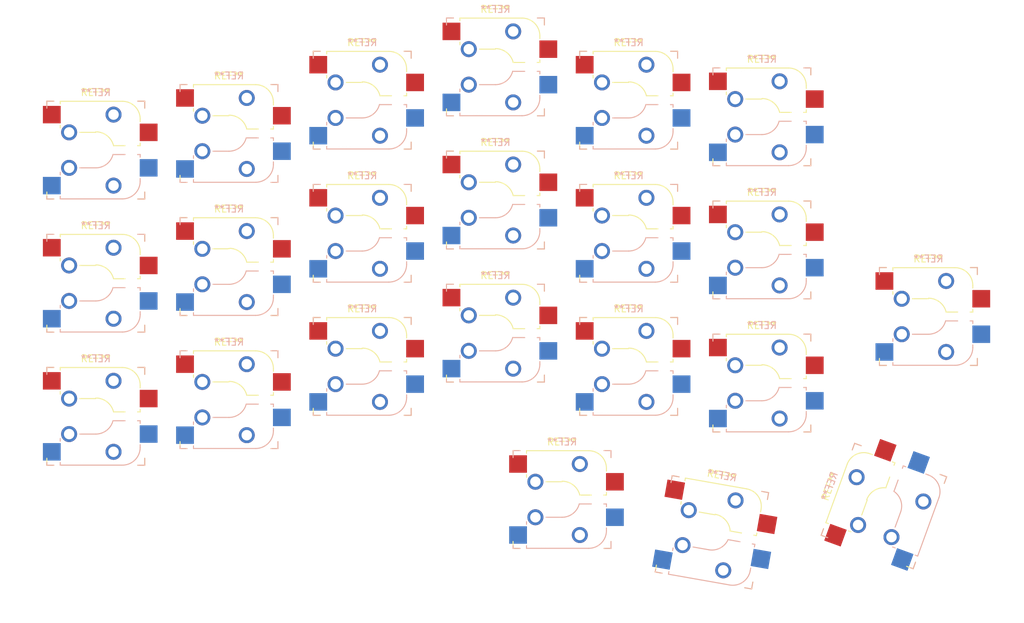
<source format=kicad_pcb>
(kicad_pcb (version 20241229) (generator "pcbnew") (generator_version "9.0")
  (layers (0 "F.Cu" signal) (2 "B.Cu" signal) (13 "F.Paste" user) (15 "B.Paste" user) (5 "F.SilkS" user "F.Silkscreen") (7 "B.SilkS" user "B.Silkscreen") (1 "F.Mask" user) (3 "B.Mask" user) (25 "Edge.Cuts" user))
  (net 0 "")
  (footprint "Keyswitches:Kailh_socket_MX_optional_reversible" (layer "F.Cu") (at 122.615 72.6325)
    (property "Reference" "REF**" (at 0 -8.255 0) (layer "F.SilkS"))
    (property "Value" "Kailh_socket_MX_optional_reversible")
    (fp_text user "${REFERENCE}" (at 0 -8.255 0) (layer "B.SilkS") (effects (justify mirror)))
    (pad "" np_thru_hole circle (at -5.08 0) (size 1.7018 1.7018) (drill 1.7018) (layers "*.Cu" "*.Mask"))
    (pad "" np_thru_hole circle (at -2.54 -5.08) (size 3 3) (drill 3) (layers "*.Cu" "*.Mask"))
    (pad "" np_thru_hole circle (at -2.54 5.08) (size 3 3) (drill 3) (layers "*.Cu" "*.Mask"))
    (pad "" np_thru_hole circle (at 0 0) (size 3.9878 3.9878) (drill 3.9878) (layers "*.Cu" "*.Mask"))
    (pad "" np_thru_hole circle (at 3.81 -2.54) (size 3 3) (drill 3) (layers "*.Cu" "*.Mask"))
    (pad "" np_thru_hole circle (at 3.81 2.54) (size 3 3) (drill 3) (layers "*.Cu" "*.Mask"))
    (pad "" np_thru_hole circle (at 5.08 0) (size 1.7018 1.7018) (drill 1.7018) (layers "*.Cu" "*.Mask"))
    (pad "1" smd rect (at -6.29 -5.08) (size 2.55 2.5) (layers "F.Cu" "F.Mask" "F.Paste"))
    (pad "1" smd rect (at -6.29 5.08) (size 2.55 2.5) (layers "B.Cu" "B.Mask" "B.Paste"))
    (pad "1" thru_hole circle (at -3.81 -2.54) (size 2.286 2.286) (drill 1.4986) (layers "*.Cu" "*.Mask"))
    (pad "1" thru_hole circle (at -3.81 2.54) (size 2.286 2.286) (drill 1.4986) (layers "*.Cu" "*.Mask"))
    (pad "2" thru_hole circle (at 2.54 -5.08) (size 2.286 2.286) (drill 1.4986) (layers "*.Cu" "*.Mask"))
    (pad "2" thru_hole circle (at 2.54 5.08) (size 2.286 2.286) (drill 1.4986) (layers "*.Cu" "*.Mask"))
    (pad "2" smd rect (at 7.56 -2.54) (size 2.55 2.5) (layers "F.Cu" "F.Mask" "F.Paste"))
    (pad "2" smd rect (at 7.56 2.54) (size 2.55 2.5) (layers "B.Cu" "B.Mask" "B.Paste"))
  )
  (footprint "Keyswitches:Kailh_socket_MX_optional_reversible" (layer "F.Cu") (at 103.565 115.495)
    (property "Reference" "REF**" (at 0 -8.255 0) (layer "F.SilkS"))
    (property "Value" "Kailh_socket_MX_optional_reversible")
    (fp_text user "${REFERENCE}" (at 0 -8.255 0) (layer "B.SilkS") (effects (justify mirror)))
    (pad "" np_thru_hole circle (at -5.08 0) (size 1.7018 1.7018) (drill 1.7018) (layers "*.Cu" "*.Mask"))
    (pad "" np_thru_hole circle (at -2.54 -5.08) (size 3 3) (drill 3) (layers "*.Cu" "*.Mask"))
    (pad "" np_thru_hole circle (at -2.54 5.08) (size 3 3) (drill 3) (layers "*.Cu" "*.Mask"))
    (pad "" np_thru_hole circle (at 0 0) (size 3.9878 3.9878) (drill 3.9878) (layers "*.Cu" "*.Mask"))
    (pad "" np_thru_hole circle (at 3.81 -2.54) (size 3 3) (drill 3) (layers "*.Cu" "*.Mask"))
    (pad "" np_thru_hole circle (at 3.81 2.54) (size 3 3) (drill 3) (layers "*.Cu" "*.Mask"))
    (pad "" np_thru_hole circle (at 5.08 0) (size 1.7018 1.7018) (drill 1.7018) (layers "*.Cu" "*.Mask"))
    (pad "1" smd rect (at -6.29 -5.08) (size 2.55 2.5) (layers "F.Cu" "F.Mask" "F.Paste"))
    (pad "1" smd rect (at -6.29 5.08) (size 2.55 2.5) (layers "B.Cu" "B.Mask" "B.Paste"))
    (pad "1" thru_hole circle (at -3.81 -2.54) (size 2.286 2.286) (drill 1.4986) (layers "*.Cu" "*.Mask"))
    (pad "1" thru_hole circle (at -3.81 2.54) (size 2.286 2.286) (drill 1.4986) (layers "*.Cu" "*.Mask"))
    (pad "2" thru_hole circle (at 2.54 -5.08) (size 2.286 2.286) (drill 1.4986) (layers "*.Cu" "*.Mask"))
    (pad "2" thru_hole circle (at 2.54 5.08) (size 2.286 2.286) (drill 1.4986) (layers "*.Cu" "*.Mask"))
    (pad "2" smd rect (at 7.56 -2.54) (size 2.55 2.5) (layers "F.Cu" "F.Mask" "F.Paste"))
    (pad "2" smd rect (at 7.56 2.54) (size 2.55 2.5) (layers "B.Cu" "B.Mask" "B.Paste"))
  )
  (footprint "Keyswitches:Kailh_socket_MX_optional_reversible" (layer "F.Cu") (at 172.62125 134.474296 -10)
    (property "Reference" "REF**" (at 0 -8.255 170) (layer "F.SilkS"))
    (property "Value" "Kailh_socket_MX_optional_reversible")
    (fp_text user "${REFERENCE}" (at 0 -8.255 170) (layer "B.SilkS") (effects (justify mirror)))
    (pad "" np_thru_hole circle (at -5.08 0 350) (size 1.7018 1.7018) (drill 1.7018) (layers "*.Cu" "*.Mask"))
    (pad "" np_thru_hole circle (at -2.54 -5.08 350) (size 3 3) (drill 3) (layers "*.Cu" "*.Mask"))
    (pad "" np_thru_hole circle (at -2.54 5.08 350) (size 3 3) (drill 3) (layers "*.Cu" "*.Mask"))
    (pad "" np_thru_hole circle (at 0 0 350) (size 3.9878 3.9878) (drill 3.9878) (layers "*.Cu" "*.Mask"))
    (pad "" np_thru_hole circle (at 3.81 -2.54 350) (size 3 3) (drill 3) (layers "*.Cu" "*.Mask"))
    (pad "" np_thru_hole circle (at 3.81 2.54 350) (size 3 3) (drill 3) (layers "*.Cu" "*.Mask"))
    (pad "" np_thru_hole circle (at 5.08 0 350) (size 1.7018 1.7018) (drill 1.7018) (layers "*.Cu" "*.Mask"))
    (pad "1" smd rect (at -6.290001 5.08 350) (size 2.55 2.5) (layers "B.Cu" "B.Mask" "B.Paste"))
    (pad "1" smd rect (at -6.29 -5.08 350) (size 2.55 2.5) (layers "F.Cu" "F.Mask" "F.Paste"))
    (pad "1" thru_hole circle (at -3.81 -2.54 350) (size 2.286 2.286) (drill 1.4986) (layers "*.Cu" "*.Mask"))
    (pad "1" thru_hole circle (at -3.81 2.54 350) (size 2.286 2.286) (drill 1.4986) (layers "*.Cu" "*.Mask"))
    (pad "2" thru_hole circle (at 2.54 -5.08 350) (size 2.286 2.286) (drill 1.4986) (layers "*.Cu" "*.Mask"))
    (pad "2" thru_hole circle (at 2.54 5.08 350) (size 2.286 2.286) (drill 1.4986) (layers "*.Cu" "*.Mask"))
    (pad "2" smd rect (at 7.56 -2.54 350) (size 2.55 2.5) (layers "F.Cu" "F.Mask" "F.Paste"))
    (pad "2" smd rect (at 7.56 2.54 350) (size 2.55 2.5) (layers "B.Cu" "B.Mask" "B.Paste"))
  )
  (footprint "Keyswitches:Kailh_socket_MX_optional_reversible" (layer "F.Cu") (at 160.715 110.7325)
    (property "Reference" "REF**" (at 0 -8.255 0) (layer "F.SilkS"))
    (property "Value" "Kailh_socket_MX_optional_reversible")
    (fp_text user "${REFERENCE}" (at 0 -8.255 0) (layer "B.SilkS") (effects (justify mirror)))
    (pad "" np_thru_hole circle (at -5.08 0) (size 1.7018 1.7018) (drill 1.7018) (layers "*.Cu" "*.Mask"))
    (pad "" np_thru_hole circle (at -2.54 -5.08) (size 3 3) (drill 3) (layers "*.Cu" "*.Mask"))
    (pad "" np_thru_hole circle (at -2.54 5.08) (size 3 3) (drill 3) (layers "*.Cu" "*.Mask"))
    (pad "" np_thru_hole circle (at 0 0) (size 3.9878 3.9878) (drill 3.9878) (layers "*.Cu" "*.Mask"))
    (pad "" np_thru_hole circle (at 3.81 -2.54) (size 3 3) (drill 3) (layers "*.Cu" "*.Mask"))
    (pad "" np_thru_hole circle (at 3.81 2.54) (size 3 3) (drill 3) (layers "*.Cu" "*.Mask"))
    (pad "" np_thru_hole circle (at 5.08 0) (size 1.7018 1.7018) (drill 1.7018) (layers "*.Cu" "*.Mask"))
    (pad "1" smd rect (at -6.29 -5.08) (size 2.55 2.5) (layers "F.Cu" "F.Mask" "F.Paste"))
    (pad "1" smd rect (at -6.29 5.08) (size 2.55 2.5) (layers "B.Cu" "B.Mask" "B.Paste"))
    (pad "1" thru_hole circle (at -3.81 -2.54) (size 2.286 2.286) (drill 1.4986) (layers "*.Cu" "*.Mask"))
    (pad "1" thru_hole circle (at -3.81 2.54) (size 2.286 2.286) (drill 1.4986) (layers "*.Cu" "*.Mask"))
    (pad "2" thru_hole circle (at 2.54 -5.08) (size 2.286 2.286) (drill 1.4986) (layers "*.Cu" "*.Mask"))
    (pad "2" thru_hole circle (at 2.54 5.08) (size 2.286 2.286) (drill 1.4986) (layers "*.Cu" "*.Mask"))
    (pad "2" smd rect (at 7.56 -2.54) (size 2.55 2.5) (layers "F.Cu" "F.Mask" "F.Paste"))
    (pad "2" smd rect (at 7.56 2.54) (size 2.55 2.5) (layers "B.Cu" "B.Mask" "B.Paste"))
  )
  (footprint "Keyswitches:Kailh_socket_MX_optional_reversible" (layer "F.Cu") (at 160.715 91.6825)
    (property "Reference" "REF**" (at 0 -8.255 0) (layer "F.SilkS"))
    (property "Value" "Kailh_socket_MX_optional_reversible")
    (fp_text user "${REFERENCE}" (at 0 -8.255 0) (layer "B.SilkS") (effects (justify mirror)))
    (pad "" np_thru_hole circle (at -5.08 0) (size 1.7018 1.7018) (drill 1.7018) (layers "*.Cu" "*.Mask"))
    (pad "" np_thru_hole circle (at -2.54 -5.08) (size 3 3) (drill 3) (layers "*.Cu" "*.Mask"))
    (pad "" np_thru_hole circle (at -2.54 5.08) (size 3 3) (drill 3) (layers "*.Cu" "*.Mask"))
    (pad "" np_thru_hole circle (at 0 0) (size 3.9878 3.9878) (drill 3.9878) (layers "*.Cu" "*.Mask"))
    (pad "" np_thru_hole circle (at 3.81 -2.54) (size 3 3) (drill 3) (layers "*.Cu" "*.Mask"))
    (pad "" np_thru_hole circle (at 3.81 2.54) (size 3 3) (drill 3) (layers "*.Cu" "*.Mask"))
    (pad "" np_thru_hole circle (at 5.08 0) (size 1.7018 1.7018) (drill 1.7018) (layers "*.Cu" "*.Mask"))
    (pad "1" smd rect (at -6.29 -5.08) (size 2.55 2.5) (layers "F.Cu" "F.Mask" "F.Paste"))
    (pad "1" smd rect (at -6.29 5.08) (size 2.55 2.5) (layers "B.Cu" "B.Mask" "B.Paste"))
    (pad "1" thru_hole circle (at -3.81 -2.54) (size 2.286 2.286) (drill 1.4986) (layers "*.Cu" "*.Mask"))
    (pad "1" thru_hole circle (at -3.81 2.54) (size 2.286 2.286) (drill 1.4986) (layers "*.Cu" "*.Mask"))
    (pad "2" thru_hole circle (at 2.54 -5.08) (size 2.286 2.286) (drill 1.4986) (layers "*.Cu" "*.Mask"))
    (pad "2" thru_hole circle (at 2.54 5.08) (size 2.286 2.286) (drill 1.4986) (layers "*.Cu" "*.Mask"))
    (pad "2" smd rect (at 7.56 -2.54) (size 2.55 2.5) (layers "F.Cu" "F.Mask" "F.Paste"))
    (pad "2" smd rect (at 7.56 2.54) (size 2.55 2.5) (layers "B.Cu" "B.Mask" "B.Paste"))
  )
  (footprint "Keyswitches:Kailh_socket_MX_optional_reversible" (layer "F.Cu") (at 122.615 110.7325)
    (property "Reference" "REF**" (at 0 -8.255 0) (layer "F.SilkS"))
    (property "Value" "Kailh_socket_MX_optional_reversible")
    (fp_text user "${REFERENCE}" (at 0 -8.255 0) (layer "B.SilkS") (effects (justify mirror)))
    (pad "" np_thru_hole circle (at -5.08 0) (size 1.7018 1.7018) (drill 1.7018) (layers "*.Cu" "*.Mask"))
    (pad "" np_thru_hole circle (at -2.54 -5.08) (size 3 3) (drill 3) (layers "*.Cu" "*.Mask"))
    (pad "" np_thru_hole circle (at -2.54 5.08) (size 3 3) (drill 3) (layers "*.Cu" "*.Mask"))
    (pad "" np_thru_hole circle (at 0 0) (size 3.9878 3.9878) (drill 3.9878) (layers "*.Cu" "*.Mask"))
    (pad "" np_thru_hole circle (at 3.81 -2.54) (size 3 3) (drill 3) (layers "*.Cu" "*.Mask"))
    (pad "" np_thru_hole circle (at 3.81 2.54) (size 3 3) (drill 3) (layers "*.Cu" "*.Mask"))
    (pad "" np_thru_hole circle (at 5.08 0) (size 1.7018 1.7018) (drill 1.7018) (layers "*.Cu" "*.Mask"))
    (pad "1" smd rect (at -6.29 -5.08) (size 2.55 2.5) (layers "F.Cu" "F.Mask" "F.Paste"))
    (pad "1" smd rect (at -6.29 5.08) (size 2.55 2.5) (layers "B.Cu" "B.Mask" "B.Paste"))
    (pad "1" thru_hole circle (at -3.81 -2.54) (size 2.286 2.286) (drill 1.4986) (layers "*.Cu" "*.Mask"))
    (pad "1" thru_hole circle (at -3.81 2.54) (size 2.286 2.286) (drill 1.4986) (layers "*.Cu" "*.Mask"))
    (pad "2" thru_hole circle (at 2.54 -5.08) (size 2.286 2.286) (drill 1.4986) (layers "*.Cu" "*.Mask"))
    (pad "2" thru_hole circle (at 2.54 5.08) (size 2.286 2.286) (drill 1.4986) (layers "*.Cu" "*.Mask"))
    (pad "2" smd rect (at 7.56 -2.54) (size 2.55 2.5) (layers "F.Cu" "F.Mask" "F.Paste"))
    (pad "2" smd rect (at 7.56 2.54) (size 2.55 2.5) (layers "B.Cu" "B.Mask" "B.Paste"))
  )
  (footprint "Keyswitches:Kailh_socket_MX_optional_reversible" (layer "F.Cu") (at 141.665 67.87)
    (property "Reference" "REF**" (at 0 -8.255 0) (layer "F.SilkS"))
    (property "Value" "Kailh_socket_MX_optional_reversible")
    (fp_text user "${REFERENCE}" (at 0 -8.255 0) (layer "B.SilkS") (effects (justify mirror)))
    (pad "" np_thru_hole circle (at -5.08 0) (size 1.7018 1.7018) (drill 1.7018) (layers "*.Cu" "*.Mask"))
    (pad "" np_thru_hole circle (at -2.54 -5.08) (size 3 3) (drill 3) (layers "*.Cu" "*.Mask"))
    (pad "" np_thru_hole circle (at -2.54 5.08) (size 3 3) (drill 3) (layers "*.Cu" "*.Mask"))
    (pad "" np_thru_hole circle (at 0 0) (size 3.9878 3.9878) (drill 3.9878) (layers "*.Cu" "*.Mask"))
    (pad "" np_thru_hole circle (at 3.81 -2.54) (size 3 3) (drill 3) (layers "*.Cu" "*.Mask"))
    (pad "" np_thru_hole circle (at 3.81 2.54) (size 3 3) (drill 3) (layers "*.Cu" "*.Mask"))
    (pad "" np_thru_hole circle (at 5.08 0) (size 1.7018 1.7018) (drill 1.7018) (layers "*.Cu" "*.Mask"))
    (pad "1" smd rect (at -6.29 -5.08) (size 2.55 2.5) (layers "F.Cu" "F.Mask" "F.Paste"))
    (pad "1" smd rect (at -6.29 5.08) (size 2.55 2.5) (layers "B.Cu" "B.Mask" "B.Paste"))
    (pad "1" thru_hole circle (at -3.81 -2.54) (size 2.286 2.286) (drill 1.4986) (layers "*.Cu" "*.Mask"))
    (pad "1" thru_hole circle (at -3.81 2.54) (size 2.286 2.286) (drill 1.4986) (layers "*.Cu" "*.Mask"))
    (pad "2" thru_hole circle (at 2.54 -5.08) (size 2.286 2.286) (drill 1.4986) (layers "*.Cu" "*.Mask"))
    (pad "2" thru_hole circle (at 2.54 5.08) (size 2.286 2.286) (drill 1.4986) (layers "*.Cu" "*.Mask"))
    (pad "2" smd rect (at 7.56 -2.54) (size 2.55 2.5) (layers "F.Cu" "F.Mask" "F.Paste"))
    (pad "2" smd rect (at 7.56 2.54) (size 2.55 2.5) (layers "B.Cu" "B.Mask" "B.Paste"))
  )
  (footprint "Keyswitches:Kailh_socket_MX_optional_reversible" (layer "F.Cu") (at 197.21639 130.715199 70)
    (property "Reference" "REF**" (at 0 -8.255 70) (layer "F.SilkS"))
    (property "Value" "Kailh_socket_MX_optional_reversible")
    (fp_text user "${REFERENCE}" (at 0 -8.255 70) (layer "B.SilkS") (effects (justify mirror)))
    (pad "" np_thru_hole circle (at -5.08 0 70) (size 1.7018 1.7018) (drill 1.7018) (layers "*.Cu" "*.Mask"))
    (pad "" np_thru_hole circle (at -2.540001 5.08 70) (size 3 3) (drill 3) (layers "*.Cu" "*.Mask"))
    (pad "" np_thru_hole circle (at -2.54 -5.08 70) (size 3 3) (drill 3) (layers "*.Cu" "*.Mask"))
    (pad "" np_thru_hole circle (at 0 0 70) (size 3.9878 3.9878) (drill 3.9878) (layers "*.Cu" "*.Mask"))
    (pad "" np_thru_hole circle (at 3.81 -2.54 70) (size 3 3) (drill 3) (layers "*.Cu" "*.Mask"))
    (pad "" np_thru_hole circle (at 3.81 2.54 70) (size 3 3) (drill 3) (layers "*.Cu" "*.Mask"))
    (pad "" np_thru_hole circle (at 5.08 0 70) (size 1.7018 1.7018) (drill 1.7018) (layers "*.Cu" "*.Mask"))
    (pad "1" smd rect (at -6.29 -5.08 70) (size 2.55 2.5) (layers "F.Cu" "F.Mask" "F.Paste"))
    (pad "1" smd rect (at -6.29 5.08 70) (size 2.55 2.5) (layers "B.Cu" "B.Mask" "B.Paste"))
    (pad "1" thru_hole circle (at -3.81 -2.54 70) (size 2.286 2.286) (drill 1.4986) (layers "*.Cu" "*.Mask"))
    (pad "1" thru_hole circle (at -3.81 2.54 70) (size 2.286 2.286) (drill 1.4986) (layers "*.Cu" "*.Mask"))
    (pad "2" thru_hole circle (at 2.54 5.08 70) (size 2.286 2.286) (drill 1.4986) (layers "*.Cu" "*.Mask"))
    (pad "2" thru_hole circle (at 2.540001 -5.08 70) (size 2.286 2.286) (drill 1.4986) (layers "*.Cu" "*.Mask"))
    (pad "2" smd rect (at 7.56 -2.54 70) (size 2.55 2.5) (layers "F.Cu" "F.Mask" "F.Paste"))
    (pad "2" smd rect (at 7.56 2.54 70) (size 2.55 2.5) (layers "B.Cu" "B.Mask" "B.Paste"))
  )
  (footprint "Keyswitches:Kailh_socket_MX_optional_reversible" (layer "F.Cu") (at 103.565 96.445)
    (property "Reference" "REF**" (at 0 -8.255 0) (layer "F.SilkS"))
    (property "Value" "Kailh_socket_MX_optional_reversible")
    (fp_text user "${REFERENCE}" (at 0 -8.255 0) (layer "B.SilkS") (effects (justify mirror)))
    (pad "" np_thru_hole circle (at -5.08 0) (size 1.7018 1.7018) (drill 1.7018) (layers "*.Cu" "*.Mask"))
    (pad "" np_thru_hole circle (at -2.54 -5.08) (size 3 3) (drill 3) (layers "*.Cu" "*.Mask"))
    (pad "" np_thru_hole circle (at -2.54 5.08) (size 3 3) (drill 3) (layers "*.Cu" "*.Mask"))
    (pad "" np_thru_hole circle (at 0 0) (size 3.9878 3.9878) (drill 3.9878) (layers "*.Cu" "*.Mask"))
    (pad "" np_thru_hole circle (at 3.81 -2.54) (size 3 3) (drill 3) (layers "*.Cu" "*.Mask"))
    (pad "" np_thru_hole circle (at 3.81 2.54) (size 3 3) (drill 3) (layers "*.Cu" "*.Mask"))
    (pad "" np_thru_hole circle (at 5.08 0) (size 1.7018 1.7018) (drill 1.7018) (layers "*.Cu" "*.Mask"))
    (pad "1" smd rect (at -6.29 -5.08) (size 2.55 2.5) (layers "F.Cu" "F.Mask" "F.Paste"))
    (pad "1" smd rect (at -6.29 5.08) (size 2.55 2.5) (layers "B.Cu" "B.Mask" "B.Paste"))
    (pad "1" thru_hole circle (at -3.81 -2.54) (size 2.286 2.286) (drill 1.4986) (layers "*.Cu" "*.Mask"))
    (pad "1" thru_hole circle (at -3.81 2.54) (size 2.286 2.286) (drill 1.4986) (layers "*.Cu" "*.Mask"))
    (pad "2" thru_hole circle (at 2.54 -5.08) (size 2.286 2.286) (drill 1.4986) (layers "*.Cu" "*.Mask"))
    (pad "2" thru_hole circle (at 2.54 5.08) (size 2.286 2.286) (drill 1.4986) (layers "*.Cu" "*.Mask"))
    (pad "2" smd rect (at 7.56 -2.54) (size 2.55 2.5) (layers "F.Cu" "F.Mask" "F.Paste"))
    (pad "2" smd rect (at 7.56 2.54) (size 2.55 2.5) (layers "B.Cu" "B.Mask" "B.Paste"))
  )
  (footprint "Keyswitches:Kailh_socket_MX_optional_reversible" (layer "F.Cu") (at 84.515 98.82625)
    (property "Reference" "REF**" (at 0 -8.255 0) (layer "F.SilkS"))
    (property "Value" "Kailh_socket_MX_optional_reversible")
    (fp_text user "${REFERENCE}" (at 0 -8.255 0) (layer "B.SilkS") (effects (justify mirror)))
    (pad "" np_thru_hole circle (at -5.08 0) (size 1.7018 1.7018) (drill 1.7018) (layers "*.Cu" "*.Mask"))
    (pad "" np_thru_hole circle (at -2.54 -5.08) (size 3 3) (drill 3) (layers "*.Cu" "*.Mask"))
    (pad "" np_thru_hole circle (at -2.54 5.08) (size 3 3) (drill 3) (layers "*.Cu" "*.Mask"))
    (pad "" np_thru_hole circle (at 0 0) (size 3.9878 3.9878) (drill 3.9878) (layers "*.Cu" "*.Mask"))
    (pad "" np_thru_hole circle (at 3.81 -2.54) (size 3 3) (drill 3) (layers "*.Cu" "*.Mask"))
    (pad "" np_thru_hole circle (at 3.81 2.54) (size 3 3) (drill 3) (layers "*.Cu" "*.Mask"))
    (pad "" np_thru_hole circle (at 5.08 0) (size 1.7018 1.7018) (drill 1.7018) (layers "*.Cu" "*.Mask"))
    (pad "1" smd rect (at -6.29 -5.08) (size 2.55 2.5) (layers "F.Cu" "F.Mask" "F.Paste"))
    (pad "1" smd rect (at -6.29 5.08) (size 2.55 2.5) (layers "B.Cu" "B.Mask" "B.Paste"))
    (pad "1" thru_hole circle (at -3.81 -2.54) (size 2.286 2.286) (drill 1.4986) (layers "*.Cu" "*.Mask"))
    (pad "1" thru_hole circle (at -3.81 2.54) (size 2.286 2.286) (drill 1.4986) (layers "*.Cu" "*.Mask"))
    (pad "2" thru_hole circle (at 2.54 -5.08) (size 2.286 2.286) (drill 1.4986) (layers "*.Cu" "*.Mask"))
    (pad "2" thru_hole circle (at 2.54 5.08) (size 2.286 2.286) (drill 1.4986) (layers "*.Cu" "*.Mask"))
    (pad "2" smd rect (at 7.56 -2.54) (size 2.55 2.5) (layers "F.Cu" "F.Mask" "F.Paste"))
    (pad "2" smd rect (at 7.56 2.54) (size 2.55 2.5) (layers "B.Cu" "B.Mask" "B.Paste"))
  )
  (footprint "Keyswitches:Kailh_socket_MX_optional_reversible" (layer "F.Cu") (at 160.715 72.6325)
    (property "Reference" "REF**" (at 0 -8.255 0) (layer "F.SilkS"))
    (property "Value" "Kailh_socket_MX_optional_reversible")
    (fp_text user "${REFERENCE}" (at 0 -8.255 0) (layer "B.SilkS") (effects (justify mirror)))
    (pad "" np_thru_hole circle (at -5.08 0) (size 1.7018 1.7018) (drill 1.7018) (layers "*.Cu" "*.Mask"))
    (pad "" np_thru_hole circle (at -2.54 -5.08) (size 3 3) (drill 3) (layers "*.Cu" "*.Mask"))
    (pad "" np_thru_hole circle (at -2.54 5.08) (size 3 3) (drill 3) (layers "*.Cu" "*.Mask"))
    (pad "" np_thru_hole circle (at 0 0) (size 3.9878 3.9878) (drill 3.9878) (layers "*.Cu" "*.Mask"))
    (pad "" np_thru_hole circle (at 3.81 -2.54) (size 3 3) (drill 3) (layers "*.Cu" "*.Mask"))
    (pad "" np_thru_hole circle (at 3.81 2.54) (size 3 3) (drill 3) (layers "*.Cu" "*.Mask"))
    (pad "" np_thru_hole circle (at 5.08 0) (size 1.7018 1.7018) (drill 1.7018) (layers "*.Cu" "*.Mask"))
    (pad "1" smd rect (at -6.29 -5.08) (size 2.55 2.5) (layers "F.Cu" "F.Mask" "F.Paste"))
    (pad "1" smd rect (at -6.29 5.08) (size 2.55 2.5) (layers "B.Cu" "B.Mask" "B.Paste"))
    (pad "1" thru_hole circle (at -3.81 -2.54) (size 2.286 2.286) (drill 1.4986) (layers "*.Cu" "*.Mask"))
    (pad "1" thru_hole circle (at -3.81 2.54) (size 2.286 2.286) (drill 1.4986) (layers "*.Cu" "*.Mask"))
    (pad "2" thru_hole circle (at 2.54 -5.08) (size 2.286 2.286) (drill 1.4986) (layers "*.Cu" "*.Mask"))
    (pad "2" thru_hole circle (at 2.54 5.08) (size 2.286 2.286) (drill 1.4986) (layers "*.Cu" "*.Mask"))
    (pad "2" smd rect (at 7.56 -2.54) (size 2.55 2.5) (layers "F.Cu" "F.Mask" "F.Paste"))
    (pad "2" smd rect (at 7.56 2.54) (size 2.55 2.5) (layers "B.Cu" "B.Mask" "B.Paste"))
  )
  (footprint "Keyswitches:Kailh_socket_MX_optional_reversible" (layer "F.Cu") (at 84.515 117.87625)
    (property "Reference" "REF**" (at 0 -8.255 0) (layer "F.SilkS"))
    (property "Value" "Kailh_socket_MX_optional_reversible")
    (fp_text user "${REFERENCE}" (at 0 -8.255 0) (layer "B.SilkS") (effects (justify mirror)))
    (pad "" np_thru_hole circle (at -5.08 0) (size 1.7018 1.7018) (drill 1.7018) (layers "*.Cu" "*.Mask"))
    (pad "" np_thru_hole circle (at -2.54 -5.08) (size 3 3) (drill 3) (layers "*.Cu" "*.Mask"))
    (pad "" np_thru_hole circle (at -2.54 5.08) (size 3 3) (drill 3) (layers "*.Cu" "*.Mask"))
    (pad "" np_thru_hole circle (at 0 0) (size 3.9878 3.9878) (drill 3.9878) (layers "*.Cu" "*.Mask"))
    (pad "" np_thru_hole circle (at 3.81 -2.54) (size 3 3) (drill 3) (layers "*.Cu" "*.Mask"))
    (pad "" np_thru_hole circle (at 3.81 2.54) (size 3 3) (drill 3) (layers "*.Cu" "*.Mask"))
    (pad "" np_thru_hole circle (at 5.08 0) (size 1.7018 1.7018) (drill 1.7018) (layers "*.Cu" "*.Mask"))
    (pad "1" smd rect (at -6.29 -5.08) (size 2.55 2.5) (layers "F.Cu" "F.Mask" "F.Paste"))
    (pad "1" smd rect (at -6.29 5.08) (size 2.55 2.5) (layers "B.Cu" "B.Mask" "B.Paste"))
    (pad "1" thru_hole circle (at -3.81 -2.54) (size 2.286 2.286) (drill 1.4986) (layers "*.Cu" "*.Mask"))
    (pad "1" thru_hole circle (at -3.81 2.54) (size 2.286 2.286) (drill 1.4986) (layers "*.Cu" "*.Mask"))
    (pad "2" thru_hole circle (at 2.54 -5.08) (size 2.286 2.286) (drill 1.4986) (layers "*.Cu" "*.Mask"))
    (pad "2" thru_hole circle (at 2.54 5.08) (size 2.286 2.286) (drill 1.4986) (layers "*.Cu" "*.Mask"))
    (pad "2" smd rect (at 7.56 -2.54) (size 2.55 2.5) (layers "F.Cu" "F.Mask" "F.Paste"))
    (pad "2" smd rect (at 7.56 2.54) (size 2.55 2.5) (layers "B.Cu" "B.Mask" "B.Paste"))
  )
  (footprint "Keyswitches:Kailh_socket_MX_optional_reversible" (layer "F.Cu") (at 179.765 75.01375)
    (property "Reference" "REF**" (at 0 -8.255 0) (layer "F.SilkS"))
    (property "Value" "Kailh_socket_MX_optional_reversible")
    (fp_text user "${REFERENCE}" (at 0 -8.255 0) (layer "B.SilkS") (effects (justify mirror)))
    (pad "" np_thru_hole circle (at -5.08 0) (size 1.7018 1.7018) (drill 1.7018) (layers "*.Cu" "*.Mask"))
    (pad "" np_thru_hole circle (at -2.54 -5.08) (size 3 3) (drill 3) (layers "*.Cu" "*.Mask"))
    (pad "" np_thru_hole circle (at -2.54 5.08) (size 3 3) (drill 3) (layers "*.Cu" "*.Mask"))
    (pad "" np_thru_hole circle (at 0 0) (size 3.9878 3.9878) (drill 3.9878) (layers "*.Cu" "*.Mask"))
    (pad "" np_thru_hole circle (at 3.81 -2.54) (size 3 3) (drill 3) (layers "*.Cu" "*.Mask"))
    (pad "" np_thru_hole circle (at 3.81 2.54) (size 3 3) (drill 3) (layers "*.Cu" "*.Mask"))
    (pad "" np_thru_hole circle (at 5.08 0) (size 1.7018 1.7018) (drill 1.7018) (layers "*.Cu" "*.Mask"))
    (pad "1" smd rect (at -6.29 -5.08) (size 2.55 2.5) (layers "F.Cu" "F.Mask" "F.Paste"))
    (pad "1" smd rect (at -6.29 5.08) (size 2.55 2.5) (layers "B.Cu" "B.Mask" "B.Paste"))
    (pad "1" thru_hole circle (at -3.81 -2.54) (size 2.286 2.286) (drill 1.4986) (layers "*.Cu" "*.Mask"))
    (pad "1" thru_hole circle (at -3.81 2.54) (size 2.286 2.286) (drill 1.4986) (layers "*.Cu" "*.Mask"))
    (pad "2" thru_hole circle (at 2.54 -5.08) (size 2.286 2.286) (drill 1.4986) (layers "*.Cu" "*.Mask"))
    (pad "2" thru_hole circle (at 2.54 5.08) (size 2.286 2.286) (drill 1.4986) (layers "*.Cu" "*.Mask"))
    (pad "2" smd rect (at 7.56 -2.54) (size 2.55 2.5) (layers "F.Cu" "F.Mask" "F.Paste"))
    (pad "2" smd rect (at 7.56 2.54) (size 2.55 2.5) (layers "B.Cu" "B.Mask" "B.Paste"))
  )
  (footprint "Keyswitches:Kailh_socket_MX_optional_reversible" (layer "F.Cu") (at 179.765 113.11375)
    (property "Reference" "REF**" (at 0 -8.255 0) (layer "F.SilkS"))
    (property "Value" "Kailh_socket_MX_optional_reversible")
    (fp_text user "${REFERENCE}" (at 0 -8.255 0) (layer "B.SilkS") (effects (justify mirror)))
    (pad "" np_thru_hole circle (at -5.08 0) (size 1.7018 1.7018) (drill 1.7018) (layers "*.Cu" "*.Mask"))
    (pad "" np_thru_hole circle (at -2.54 -5.08) (size 3 3) (drill 3) (layers "*.Cu" "*.Mask"))
    (pad "" np_thru_hole circle (at -2.54 5.08) (size 3 3) (drill 3) (layers "*.Cu" "*.Mask"))
    (pad "" np_thru_hole circle (at 0 0) (size 3.9878 3.9878) (drill 3.9878) (layers "*.Cu" "*.Mask"))
    (pad "" np_thru_hole circle (at 3.81 -2.54) (size 3 3) (drill 3) (layers "*.Cu" "*.Mask"))
    (pad "" np_thru_hole circle (at 3.81 2.54) (size 3 3) (drill 3) (layers "*.Cu" "*.Mask"))
    (pad "" np_thru_hole circle (at 5.08 0) (size 1.7018 1.7018) (drill 1.7018) (layers "*.Cu" "*.Mask"))
    (pad "1" smd rect (at -6.29 -5.08) (size 2.55 2.5) (layers "F.Cu" "F.Mask" "F.Paste"))
    (pad "1" smd rect (at -6.29 5.08) (size 2.55 2.5) (layers "B.Cu" "B.Mask" "B.Paste"))
    (pad "1" thru_hole circle (at -3.81 -2.54) (size 2.286 2.286) (drill 1.4986) (layers "*.Cu" "*.Mask"))
    (pad "1" thru_hole circle (at -3.81 2.54) (size 2.286 2.286) (drill 1.4986) (layers "*.Cu" "*.Mask"))
    (pad "2" thru_hole circle (at 2.54 -5.08) (size 2.286 2.286) (drill 1.4986) (layers "*.Cu" "*.Mask"))
    (pad "2" thru_hole circle (at 2.54 5.08) (size 2.286 2.286) (drill 1.4986) (layers "*.Cu" "*.Mask"))
    (pad "2" smd rect (at 7.56 -2.54) (size 2.55 2.5) (layers "F.Cu" "F.Mask" "F.Paste"))
    (pad "2" smd rect (at 7.56 2.54) (size 2.55 2.5) (layers "B.Cu" "B.Mask" "B.Paste"))
  )
  (footprint "Keyswitches:Kailh_socket_MX_optional_reversible" (layer "F.Cu") (at 141.665 105.97)
    (property "Reference" "REF**" (at 0 -8.255 0) (layer "F.SilkS"))
    (property "Value" "Kailh_socket_MX_optional_reversible")
    (fp_text user "${REFERENCE}" (at 0 -8.255 0) (layer "B.SilkS") (effects (justify mirror)))
    (pad "" np_thru_hole circle (at -5.08 0) (size 1.7018 1.7018) (drill 1.7018) (layers "*.Cu" "*.Mask"))
    (pad "" np_thru_hole circle (at -2.54 -5.08) (size 3 3) (drill 3) (layers "*.Cu" "*.Mask"))
    (pad "" np_thru_hole circle (at -2.54 5.08) (size 3 3) (drill 3) (layers "*.Cu" "*.Mask"))
    (pad "" np_thru_hole circle (at 0 0) (size 3.9878 3.9878) (drill 3.9878) (layers "*.Cu" "*.Mask"))
    (pad "" np_thru_hole circle (at 3.81 -2.54) (size 3 3) (drill 3) (layers "*.Cu" "*.Mask"))
    (pad "" np_thru_hole circle (at 3.81 2.54) (size 3 3) (drill 3) (layers "*.Cu" "*.Mask"))
    (pad "" np_thru_hole circle (at 5.08 0) (size 1.7018 1.7018) (drill 1.7018) (layers "*.Cu" "*.Mask"))
    (pad "1" smd rect (at -6.29 -5.08) (size 2.55 2.5) (layers "F.Cu" "F.Mask" "F.Paste"))
    (pad "1" smd rect (at -6.29 5.08) (size 2.55 2.5) (layers "B.Cu" "B.Mask" "B.Paste"))
    (pad "1" thru_hole circle (at -3.81 -2.54) (size 2.286 2.286) (drill 1.4986) (layers "*.Cu" "*.Mask"))
    (pad "1" thru_hole circle (at -3.81 2.54) (size 2.286 2.286) (drill 1.4986) (layers "*.Cu" "*.Mask"))
    (pad "2" thru_hole circle (at 2.54 -5.08) (size 2.286 2.286) (drill 1.4986) (layers "*.Cu" "*.Mask"))
    (pad "2" thru_hole circle (at 2.54 5.08) (size 2.286 2.286) (drill 1.4986) (layers "*.Cu" "*.Mask"))
    (pad "2" smd rect (at 7.56 -2.54) (size 2.55 2.5) (layers "F.Cu" "F.Mask" "F.Paste"))
    (pad "2" smd rect (at 7.56 2.54) (size 2.55 2.5) (layers "B.Cu" "B.Mask" "B.Paste"))
  )
  (footprint "Keyswitches:Kailh_socket_MX_optional_reversible" (layer "F.Cu") (at 141.665 86.92)
    (property "Reference" "REF**" (at 0 -8.255 0) (layer "F.SilkS"))
    (property "Value" "Kailh_socket_MX_optional_reversible")
    (fp_text user "${REFERENCE}" (at 0 -8.255 0) (layer "B.SilkS") (effects (justify mirror)))
    (pad "" np_thru_hole circle (at -5.08 0) (size 1.7018 1.7018) (drill 1.7018) (layers "*.Cu" "*.Mask"))
    (pad "" np_thru_hole circle (at -2.54 -5.08) (size 3 3) (drill 3) (layers "*.Cu" "*.Mask"))
    (pad "" np_thru_hole circle (at -2.54 5.08) (size 3 3) (drill 3) (layers "*.Cu" "*.Mask"))
    (pad "" np_thru_hole circle (at 0 0) (size 3.9878 3.9878) (drill 3.9878) (layers "*.Cu" "*.Mask"))
    (pad "" np_thru_hole circle (at 3.81 -2.54) (size 3 3) (drill 3) (layers "*.Cu" "*.Mask"))
    (pad "" np_thru_hole circle (at 3.81 2.54) (size 3 3) (drill 3) (layers "*.Cu" "*.Mask"))
    (pad "" np_thru_hole circle (at 5.08 0) (size 1.7018 1.7018) (drill 1.7018) (layers "*.Cu" "*.Mask"))
    (pad "1" smd rect (at -6.29 -5.08) (size 2.55 2.5) (layers "F.Cu" "F.Mask" "F.Paste"))
    (pad "1" smd rect (at -6.29 5.08) (size 2.55 2.5) (layers "B.Cu" "B.Mask" "B.Paste"))
    (pad "1" thru_hole circle (at -3.81 -2.54) (size 2.286 2.286) (drill 1.4986) (layers "*.Cu" "*.Mask"))
    (pad "1" thru_hole circle (at -3.81 2.54) (size 2.286 2.286) (drill 1.4986) (layers "*.Cu" "*.Mask"))
    (pad "2" thru_hole circle (at 2.54 -5.08) (size 2.286 2.286) (drill 1.4986) (layers "*.Cu" "*.Mask"))
    (pad "2" thru_hole circle (at 2.54 5.08) (size 2.286 2.286) (drill 1.4986) (layers "*.Cu" "*.Mask"))
    (pad "2" smd rect (at 7.56 -2.54) (size 2.55 2.5) (layers "F.Cu" "F.Mask" "F.Paste"))
    (pad "2" smd rect (at 7.56 2.54) (size 2.55 2.5) (layers "B.Cu" "B.Mask" "B.Paste"))
  )
  (footprint "Keyswitches:Kailh_socket_MX_optional_reversible" (layer "F.Cu") (at 203.5775 103.58875)
    (property "Reference" "REF**" (at 0 -8.255 0) (layer "F.SilkS"))
    (property "Value" "Kailh_socket_MX_optional_reversible")
    (fp_text user "${REFERENCE}" (at 0 -8.255 0) (layer "B.SilkS") (effects (justify mirror)))
    (pad "" np_thru_hole circle (at -5.08 0) (size 1.7018 1.7018) (drill 1.7018) (layers "*.Cu" "*.Mask"))
    (pad "" np_thru_hole circle (at -2.54 -5.08) (size 3 3) (drill 3) (layers "*.Cu" "*.Mask"))
    (pad "" np_thru_hole circle (at -2.54 5.08) (size 3 3) (drill 3) (layers "*.Cu" "*.Mask"))
    (pad "" np_thru_hole circle (at 0 0) (size 3.9878 3.9878) (drill 3.9878) (layers "*.Cu" "*.Mask"))
    (pad "" np_thru_hole circle (at 3.81 -2.54) (size 3 3) (drill 3) (layers "*.Cu" "*.Mask"))
    (pad "" np_thru_hole circle (at 3.81 2.54) (size 3 3) (drill 3) (layers "*.Cu" "*.Mask"))
    (pad "" np_thru_hole circle (at 5.08 0) (size 1.7018 1.7018) (drill 1.7018) (layers "*.Cu" "*.Mask"))
    (pad "1" smd rect (at -6.29 -5.08) (size 2.55 2.5) (layers "F.Cu" "F.Mask" "F.Paste"))
    (pad "1" smd rect (at -6.29 5.08) (size 2.55 2.5) (layers "B.Cu" "B.Mask" "B.Paste"))
    (pad "1" thru_hole circle (at -3.81 -2.54) (size 2.286 2.286) (drill 1.4986) (layers "*.Cu" "*.Mask"))
    (pad "1" thru_hole circle (at -3.81 2.54) (size 2.286 2.286) (drill 1.4986) (layers "*.Cu" "*.Mask"))
    (pad "2" thru_hole circle (at 2.54 -5.08) (size 2.286 2.286) (drill 1.4986) (layers "*.Cu" "*.Mask"))
    (pad "2" thru_hole circle (at 2.54 5.08) (size 2.286 2.286) (drill 1.4986) (layers "*.Cu" "*.Mask"))
    (pad "2" smd rect (at 7.56 -2.54) (size 2.55 2.5) (layers "F.Cu" "F.Mask" "F.Paste"))
    (pad "2" smd rect (at 7.56 2.54) (size 2.55 2.5) (layers "B.Cu" "B.Mask" "B.Paste"))
  )
  (footprint "Keyswitches:Kailh_socket_MX_optional_reversible" (layer "F.Cu") (at 151.19 129.7825)
    (property "Reference" "REF**" (at 0 -8.255 0) (layer "F.SilkS"))
    (property "Value" "Kailh_socket_MX_optional_reversible")
    (fp_text user "${REFERENCE}" (at 0 -8.255 0) (layer "B.SilkS") (effects (justify mirror)))
    (pad "" np_thru_hole circle (at -5.08 0) (size 1.7018 1.7018) (drill 1.7018) (layers "*.Cu" "*.Mask"))
    (pad "" np_thru_hole circle (at -2.54 -5.08) (size 3 3) (drill 3) (layers "*.Cu" "*.Mask"))
    (pad "" np_thru_hole circle (at -2.54 5.08) (size 3 3) (drill 3) (layers "*.Cu" "*.Mask"))
    (pad "" np_thru_hole circle (at 0 0) (size 3.9878 3.9878) (drill 3.9878) (layers "*.Cu" "*.Mask"))
    (pad "" np_thru_hole circle (at 3.81 -2.54) (size 3 3) (drill 3) (layers "*.Cu" "*.Mask"))
    (pad "" np_thru_hole circle (at 3.81 2.54) (size 3 3) (drill 3) (layers "*.Cu" "*.Mask"))
    (pad "" np_thru_hole circle (at 5.08 0) (size 1.7018 1.7018) (drill 1.7018) (layers "*.Cu" "*.Mask"))
    (pad "1" smd rect (at -6.29 -5.08) (size 2.55 2.5) (layers "F.Cu" "F.Mask" "F.Paste"))
    (pad "1" smd rect (at -6.29 5.08) (size 2.55 2.5) (layers "B.Cu" "B.Mask" "B.Paste"))
    (pad "1" thru_hole circle (at -3.81 -2.54) (size 2.286 2.286) (drill 1.4986) (layers "*.Cu" "*.Mask"))
    (pad "1" thru_hole circle (at -3.81 2.54) (size 2.286 2.286) (drill 1.4986) (layers "*.Cu" "*.Mask"))
    (pad "2" thru_hole circle (at 2.54 -5.08) (size 2.286 2.286) (drill 1.4986) (layers "*.Cu" "*.Mask"))
    (pad "2" thru_hole circle (at 2.54 5.08) (size 2.286 2.286) (drill 1.4986) (layers "*.Cu" "*.Mask"))
    (pad "2" smd rect (at 7.56 -2.54) (size 2.55 2.5) (layers "F.Cu" "F.Mask" "F.Paste"))
    (pad "2" smd rect (at 7.56 2.54) (size 2.55 2.5) (layers "B.Cu" "B.Mask" "B.Paste"))
  )
  (footprint "Keyswitches:Kailh_socket_MX_optional_reversible" (layer "F.Cu") (at 179.765 94.06375)
    (property "Reference" "REF**" (at 0 -8.255 0) (layer "F.SilkS"))
    (property "Value" "Kailh_socket_MX_optional_reversible")
    (fp_text user "${REFERENCE}" (at 0 -8.255 0) (layer "B.SilkS") (effects (justify mirror)))
    (pad "" np_thru_hole circle (at -5.08 0) (size 1.7018 1.7018) (drill 1.7018) (layers "*.Cu" "*.Mask"))
    (pad "" np_thru_hole circle (at -2.54 -5.08) (size 3 3) (drill 3) (layers "*.Cu" "*.Mask"))
    (pad "" np_thru_hole circle (at -2.54 5.08) (size 3 3) (drill 3) (layers "*.Cu" "*.Mask"))
    (pad "" np_thru_hole circle (at 0 0) (size 3.9878 3.9878) (drill 3.9878) (layers "*.Cu" "*.Mask"))
    (pad "" np_thru_hole circle (at 3.81 -2.54) (size 3 3) (drill 3) (layers "*.Cu" "*.Mask"))
    (pad "" np_thru_hole circle (at 3.81 2.54) (size 3 3) (drill 3) (layers "*.Cu" "*.Mask"))
    (pad "" np_thru_hole circle (at 5.08 0) (size 1.7018 1.7018) (drill 1.7018) (layers "*.Cu" "*.Mask"))
    (pad "1" smd rect (at -6.29 -5.08) (size 2.55 2.5) (layers "F.Cu" "F.Mask" "F.Paste"))
    (pad "1" smd rect (at -6.29 5.08) (size 2.55 2.5) (layers "B.Cu" "B.Mask" "B.Paste"))
    (pad "1" thru_hole circle (at -3.81 -2.54) (size 2.286 2.286) (drill 1.4986) (layers "*.Cu" "*.Mask"))
    (pad "1" thru_hole circle (at -3.81 2.54) (size 2.286 2.286) (drill 1.4986) (layers "*.Cu" "*.Mask"))
    (pad "2" thru_hole circle (at 2.54 -5.08) (size 2.286 2.286) (drill 1.4986) (layers "*.Cu" "*.Mask"))
    (pad "2" thru_hole circle (at 2.54 5.08) (size 2.286 2.286) (drill 1.4986) (layers "*.Cu" "*.Mask"))
    (pad "2" smd rect (at 7.56 -2.54) (size 2.55 2.5) (layers "F.Cu" "F.Mask" "F.Paste"))
    (pad "2" smd rect (at 7.56 2.54) (size 2.55 2.5) (layers "B.Cu" "B.Mask" "B.Paste"))
  )
  (footprint "Keyswitches:Kailh_socket_MX_optional_reversible" (layer "F.Cu") (at 84.515 79.77625)
    (property "Reference" "REF**" (at 0 -8.255 0) (layer "F.SilkS"))
    (property "Value" "Kailh_socket_MX_optional_reversible")
    (fp_text user "${REFERENCE}" (at 0 -8.255 0) (layer "B.SilkS") (effects (justify mirror)))
    (pad "" np_thru_hole circle (at -5.08 0) (size 1.7018 1.7018) (drill 1.7018) (layers "*.Cu" "*.Mask"))
    (pad "" np_thru_hole circle (at -2.54 -5.08) (size 3 3) (drill 3) (layers "*.Cu" "*.Mask"))
    (pad "" np_thru_hole circle (at -2.54 5.08) (size 3 3) (drill 3) (layers "*.Cu" "*.Mask"))
    (pad "" np_thru_hole circle (at 0 0) (size 3.9878 3.9878) (drill 3.9878) (layers "*.Cu" "*.Mask"))
    (pad "" np_thru_hole circle (at 3.81 -2.54) (size 3 3) (drill 3) (layers "*.Cu" "*.Mask"))
    (pad "" np_thru_hole circle (at 3.81 2.54) (size 3 3) (drill 3) (layers "*.Cu" "*.Mask"))
    (pad "" np_thru_hole circle (at 5.08 0) (size 1.7018 1.7018) (drill 1.7018) (layers "*.Cu" "*.Mask"))
    (pad "1" smd rect (at -6.29 -5.08) (size 2.55 2.5) (layers "F.Cu" "F.Mask" "F.Paste"))
    (pad "1" smd rect (at -6.29 5.08) (size 2.55 2.5) (layers "B.Cu" "B.Mask" "B.Paste"))
    (pad "1" thru_hole circle (at -3.81 -2.54) (size 2.286 2.286) (drill 1.4986) (layers "*.Cu" "*.Mask"))
    (pad "1" thru_hole circle (at -3.81 2.54) (size 2.286 2.286) (drill 1.4986) (layers "*.Cu" "*.Mask"))
    (pad "2" thru_hole circle (at 2.54 -5.08) (size 2.286 2.286) (drill 1.4986) (layers "*.Cu" "*.Mask"))
    (pad "2" thru_hole circle (at 2.54 5.08) (size 2.286 2.286) (drill 1.4986) (layers "*.Cu" "*.Mask"))
    (pad "2" smd rect (at 7.56 -2.54) (size 2.55 2.5) (layers "F.Cu" "F.Mask" "F.Paste"))
    (pad "2" smd rect (at 7.56 2.54) (size 2.55 2.5) (layers "B.Cu" "B.Mask" "B.Paste"))
  )
  (footprint "Keyswitches:Kailh_socket_MX_optional_reversible" (layer "F.Cu") (at 103.565 77.395)
    (property "Reference" "REF**" (at 0 -8.255 0) (layer "F.SilkS"))
    (property "Value" "Kailh_socket_MX_optional_reversible")
    (fp_text user "${REFERENCE}" (at 0 -8.255 0) (layer "B.SilkS") (effects (justify mirror)))
    (pad "" np_thru_hole circle (at -5.08 0) (size 1.7018 1.7018) (drill 1.7018) (layers "*.Cu" "*.Mask"))
    (pad "" np_thru_hole circle (at -2.54 -5.08) (size 3 3) (drill 3) (layers "*.Cu" "*.Mask"))
    (pad "" np_thru_hole circle (at -2.54 5.08) (size 3 3) (drill 3) (layers "*.Cu" "*.Mask"))
    (pad "" np_thru_hole circle (at 0 0) (size 3.9878 3.9878) (drill 3.9878) (layers "*.Cu" "*.Mask"))
    (pad "" np_thru_hole circle (at 3.81 -2.54) (size 3 3) (drill 3) (layers "*.Cu" "*.Mask"))
    (pad "" np_thru_hole circle (at 3.81 2.54) (size 3 3) (drill 3) (layers "*.Cu" "*.Mask"))
    (pad "" np_thru_hole circle (at 5.08 0) (size 1.7018 1.7018) (drill 1.7018) (layers "*.Cu" "*.Mask"))
    (pad "1" smd rect (at -6.29 -5.08) (size 2.55 2.5) (layers "F.Cu" "F.Mask" "F.Paste"))
    (pad "1" smd rect (at -6.29 5.08) (size 2.55 2.5) (layers "B.Cu" "B.Mask" "B.Paste"))
    (pad "1" thru_hole circle (at -3.81 -2.54) (size 2.286 2.286) (drill 1.4986) (layers "*.Cu" "*.Mask"))
    (pad "1" thru_hole circle (at -3.81 2.54) (size 2.286 2.286) (drill 1.4986) (layers "*.Cu" "*.Mask"))
    (pad "2" thru_hole circle (at 2.54 -5.08) (size 2.286 2.286) (drill 1.4986) (layers "*.Cu" "*.Mask"))
    (pad "2" thru_hole circle (at 2.54 5.08) (size 2.286 2.286) (drill 1.4986) (layers "*.Cu" "*.Mask"))
    (pad "2" smd rect (at 7.56 -2.54) (size 2.55 2.5) (layers "F.Cu" "F.Mask" "F.Paste"))
    (pad "2" smd rect (at 7.56 2.54) (size 2.55 2.5) (layers "B.Cu" "B.Mask" "B.Paste"))
  )
  (footprint "Keyswitches:Kailh_socket_MX_optional_reversible" (layer "F.Cu") (at 122.615 91.6825)
    (property "Reference" "REF**" (at 0 -8.255 0) (layer "F.SilkS"))
    (property "Value" "Kailh_socket_MX_optional_reversible")
    (fp_text user "${REFERENCE}" (at 0 -8.255 0) (layer "B.SilkS") (effects (justify mirror)))
    (pad "" np_thru_hole circle (at -5.08 0) (size 1.7018 1.7018) (drill 1.7018) (layers "*.Cu" "*.Mask"))
    (pad "" np_thru_hole circle (at -2.54 -5.08) (size 3 3) (drill 3) (layers "*.Cu" "*.Mask"))
    (pad "" np_thru_hole circle (at -2.54 5.08) (size 3 3) (drill 3) (layers "*.Cu" "*.Mask"))
    (pad "" np_thru_hole circle (at 0 0) (size 3.9878 3.9878) (drill 3.9878) (layers "*.Cu" "*.Mask"))
    (pad "" np_thru_hole circle (at 3.81 -2.54) (size 3 3) (drill 3) (layers "*.Cu" "*.Mask"))
    (pad "" np_thru_hole circle (at 3.81 2.54) (size 3 3) (drill 3) (layers "*.Cu" "*.Mask"))
    (pad "" np_thru_hole circle (at 5.08 0) (size 1.7018 1.7018) (drill 1.7018) (layers "*.Cu" "*.Mask"))
    (pad "1" smd rect (at -6.29 -5.08) (size 2.55 2.5) (layers "F.Cu" "F.Mask" "F.Paste"))
    (pad "1" smd rect (at -6.29 5.08) (size 2.55 2.5) (layers "B.Cu" "B.Mask" "B.Paste"))
    (pad "1" thru_hole circle (at -3.81 -2.54) (size 2.286 2.286) (drill 1.4986) (layers "*.Cu" "*.Mask"))
    (pad "1" thru_hole circle (at -3.81 2.54) (size 2.286 2.286) (drill 1.4986) (layers "*.Cu" "*.Mask"))
    (pad "2" thru_hole circle (at 2.54 -5.08) (size 2.286 2.286) (drill 1.4986) (layers "*.Cu" "*.Mask"))
    (pad "2" thru_hole circle (at 2.54 5.08) (size 2.286 2.286) (drill 1.4986) (layers "*.Cu" "*.Mask"))
    (pad "2" smd rect (at 7.56 -2.54) (size 2.55 2.5) (layers "F.Cu" "F.Mask" "F.Paste"))
    (pad "2" smd rect (at 7.56 2.54) (size 2.55 2.5) (layers "B.Cu" "B.Mask" "B.Paste"))
  )
)
</source>
